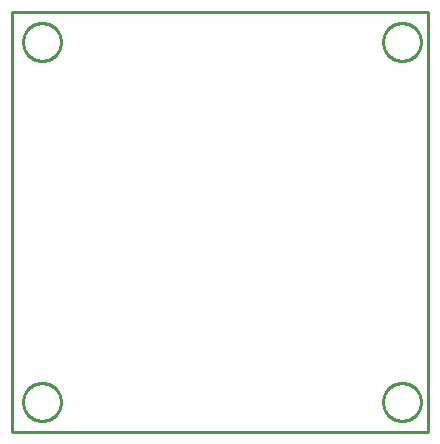
<source format=gbr>
G04 EAGLE Gerber RS-274X export*
G75*
%MOMM*%
%FSLAX34Y34*%
%LPD*%
%IN*%
%IPPOS*%
%AMOC8*
5,1,8,0,0,1.08239X$1,22.5*%
G01*
%ADD10C,0.254000*%


D10*
X0Y0D02*
X352300Y0D01*
X352300Y355500D01*
X0Y355500D01*
X0Y0D01*
X41400Y24876D02*
X41332Y23831D01*
X41195Y22792D01*
X40990Y21765D01*
X40719Y20753D01*
X40383Y19761D01*
X39982Y18793D01*
X39518Y17854D01*
X38995Y16946D01*
X38413Y16075D01*
X37775Y15244D01*
X37084Y14457D01*
X36343Y13716D01*
X35556Y13025D01*
X34725Y12388D01*
X33854Y11806D01*
X32946Y11282D01*
X32007Y10818D01*
X31039Y10417D01*
X30047Y10081D01*
X29035Y9810D01*
X28008Y9605D01*
X26969Y9469D01*
X25924Y9400D01*
X24876Y9400D01*
X23831Y9469D01*
X22792Y9605D01*
X21765Y9810D01*
X20753Y10081D01*
X19761Y10417D01*
X18793Y10818D01*
X17854Y11282D01*
X16946Y11806D01*
X16075Y12388D01*
X15244Y13025D01*
X14457Y13716D01*
X13716Y14457D01*
X13025Y15244D01*
X12388Y16075D01*
X11806Y16946D01*
X11282Y17854D01*
X10818Y18793D01*
X10417Y19761D01*
X10081Y20753D01*
X9810Y21765D01*
X9605Y22792D01*
X9469Y23831D01*
X9400Y24876D01*
X9400Y25924D01*
X9469Y26969D01*
X9605Y28008D01*
X9810Y29035D01*
X10081Y30047D01*
X10417Y31039D01*
X10818Y32007D01*
X11282Y32946D01*
X11806Y33854D01*
X12388Y34725D01*
X13025Y35556D01*
X13716Y36343D01*
X14457Y37084D01*
X15244Y37775D01*
X16075Y38413D01*
X16946Y38995D01*
X17854Y39518D01*
X18793Y39982D01*
X19761Y40383D01*
X20753Y40719D01*
X21765Y40990D01*
X22792Y41195D01*
X23831Y41332D01*
X24876Y41400D01*
X25924Y41400D01*
X26969Y41332D01*
X28008Y41195D01*
X29035Y40990D01*
X30047Y40719D01*
X31039Y40383D01*
X32007Y39982D01*
X32946Y39518D01*
X33854Y38995D01*
X34725Y38413D01*
X35556Y37775D01*
X36343Y37084D01*
X37084Y36343D01*
X37775Y35556D01*
X38413Y34725D01*
X38995Y33854D01*
X39518Y32946D01*
X39982Y32007D01*
X40383Y31039D01*
X40719Y30047D01*
X40990Y29035D01*
X41195Y28008D01*
X41332Y26969D01*
X41400Y25924D01*
X41400Y24876D01*
X41400Y329676D02*
X41332Y328631D01*
X41195Y327592D01*
X40990Y326565D01*
X40719Y325553D01*
X40383Y324561D01*
X39982Y323593D01*
X39518Y322654D01*
X38995Y321746D01*
X38413Y320875D01*
X37775Y320044D01*
X37084Y319257D01*
X36343Y318516D01*
X35556Y317825D01*
X34725Y317188D01*
X33854Y316606D01*
X32946Y316082D01*
X32007Y315618D01*
X31039Y315217D01*
X30047Y314881D01*
X29035Y314610D01*
X28008Y314405D01*
X26969Y314269D01*
X25924Y314200D01*
X24876Y314200D01*
X23831Y314269D01*
X22792Y314405D01*
X21765Y314610D01*
X20753Y314881D01*
X19761Y315217D01*
X18793Y315618D01*
X17854Y316082D01*
X16946Y316606D01*
X16075Y317188D01*
X15244Y317825D01*
X14457Y318516D01*
X13716Y319257D01*
X13025Y320044D01*
X12388Y320875D01*
X11806Y321746D01*
X11282Y322654D01*
X10818Y323593D01*
X10417Y324561D01*
X10081Y325553D01*
X9810Y326565D01*
X9605Y327592D01*
X9469Y328631D01*
X9400Y329676D01*
X9400Y330724D01*
X9469Y331769D01*
X9605Y332808D01*
X9810Y333835D01*
X10081Y334847D01*
X10417Y335839D01*
X10818Y336807D01*
X11282Y337746D01*
X11806Y338654D01*
X12388Y339525D01*
X13025Y340356D01*
X13716Y341143D01*
X14457Y341884D01*
X15244Y342575D01*
X16075Y343213D01*
X16946Y343795D01*
X17854Y344318D01*
X18793Y344782D01*
X19761Y345183D01*
X20753Y345519D01*
X21765Y345790D01*
X22792Y345995D01*
X23831Y346132D01*
X24876Y346200D01*
X25924Y346200D01*
X26969Y346132D01*
X28008Y345995D01*
X29035Y345790D01*
X30047Y345519D01*
X31039Y345183D01*
X32007Y344782D01*
X32946Y344318D01*
X33854Y343795D01*
X34725Y343213D01*
X35556Y342575D01*
X36343Y341884D01*
X37084Y341143D01*
X37775Y340356D01*
X38413Y339525D01*
X38995Y338654D01*
X39518Y337746D01*
X39982Y336807D01*
X40383Y335839D01*
X40719Y334847D01*
X40990Y333835D01*
X41195Y332808D01*
X41332Y331769D01*
X41400Y330724D01*
X41400Y329676D01*
X346200Y329676D02*
X346132Y328631D01*
X345995Y327592D01*
X345790Y326565D01*
X345519Y325553D01*
X345183Y324561D01*
X344782Y323593D01*
X344318Y322654D01*
X343795Y321746D01*
X343213Y320875D01*
X342575Y320044D01*
X341884Y319257D01*
X341143Y318516D01*
X340356Y317825D01*
X339525Y317188D01*
X338654Y316606D01*
X337746Y316082D01*
X336807Y315618D01*
X335839Y315217D01*
X334847Y314881D01*
X333835Y314610D01*
X332808Y314405D01*
X331769Y314269D01*
X330724Y314200D01*
X329676Y314200D01*
X328631Y314269D01*
X327592Y314405D01*
X326565Y314610D01*
X325553Y314881D01*
X324561Y315217D01*
X323593Y315618D01*
X322654Y316082D01*
X321746Y316606D01*
X320875Y317188D01*
X320044Y317825D01*
X319257Y318516D01*
X318516Y319257D01*
X317825Y320044D01*
X317188Y320875D01*
X316606Y321746D01*
X316082Y322654D01*
X315618Y323593D01*
X315217Y324561D01*
X314881Y325553D01*
X314610Y326565D01*
X314405Y327592D01*
X314269Y328631D01*
X314200Y329676D01*
X314200Y330724D01*
X314269Y331769D01*
X314405Y332808D01*
X314610Y333835D01*
X314881Y334847D01*
X315217Y335839D01*
X315618Y336807D01*
X316082Y337746D01*
X316606Y338654D01*
X317188Y339525D01*
X317825Y340356D01*
X318516Y341143D01*
X319257Y341884D01*
X320044Y342575D01*
X320875Y343213D01*
X321746Y343795D01*
X322654Y344318D01*
X323593Y344782D01*
X324561Y345183D01*
X325553Y345519D01*
X326565Y345790D01*
X327592Y345995D01*
X328631Y346132D01*
X329676Y346200D01*
X330724Y346200D01*
X331769Y346132D01*
X332808Y345995D01*
X333835Y345790D01*
X334847Y345519D01*
X335839Y345183D01*
X336807Y344782D01*
X337746Y344318D01*
X338654Y343795D01*
X339525Y343213D01*
X340356Y342575D01*
X341143Y341884D01*
X341884Y341143D01*
X342575Y340356D01*
X343213Y339525D01*
X343795Y338654D01*
X344318Y337746D01*
X344782Y336807D01*
X345183Y335839D01*
X345519Y334847D01*
X345790Y333835D01*
X345995Y332808D01*
X346132Y331769D01*
X346200Y330724D01*
X346200Y329676D01*
X346200Y24876D02*
X346132Y23831D01*
X345995Y22792D01*
X345790Y21765D01*
X345519Y20753D01*
X345183Y19761D01*
X344782Y18793D01*
X344318Y17854D01*
X343795Y16946D01*
X343213Y16075D01*
X342575Y15244D01*
X341884Y14457D01*
X341143Y13716D01*
X340356Y13025D01*
X339525Y12388D01*
X338654Y11806D01*
X337746Y11282D01*
X336807Y10818D01*
X335839Y10417D01*
X334847Y10081D01*
X333835Y9810D01*
X332808Y9605D01*
X331769Y9469D01*
X330724Y9400D01*
X329676Y9400D01*
X328631Y9469D01*
X327592Y9605D01*
X326565Y9810D01*
X325553Y10081D01*
X324561Y10417D01*
X323593Y10818D01*
X322654Y11282D01*
X321746Y11806D01*
X320875Y12388D01*
X320044Y13025D01*
X319257Y13716D01*
X318516Y14457D01*
X317825Y15244D01*
X317188Y16075D01*
X316606Y16946D01*
X316082Y17854D01*
X315618Y18793D01*
X315217Y19761D01*
X314881Y20753D01*
X314610Y21765D01*
X314405Y22792D01*
X314269Y23831D01*
X314200Y24876D01*
X314200Y25924D01*
X314269Y26969D01*
X314405Y28008D01*
X314610Y29035D01*
X314881Y30047D01*
X315217Y31039D01*
X315618Y32007D01*
X316082Y32946D01*
X316606Y33854D01*
X317188Y34725D01*
X317825Y35556D01*
X318516Y36343D01*
X319257Y37084D01*
X320044Y37775D01*
X320875Y38413D01*
X321746Y38995D01*
X322654Y39518D01*
X323593Y39982D01*
X324561Y40383D01*
X325553Y40719D01*
X326565Y40990D01*
X327592Y41195D01*
X328631Y41332D01*
X329676Y41400D01*
X330724Y41400D01*
X331769Y41332D01*
X332808Y41195D01*
X333835Y40990D01*
X334847Y40719D01*
X335839Y40383D01*
X336807Y39982D01*
X337746Y39518D01*
X338654Y38995D01*
X339525Y38413D01*
X340356Y37775D01*
X341143Y37084D01*
X341884Y36343D01*
X342575Y35556D01*
X343213Y34725D01*
X343795Y33854D01*
X344318Y32946D01*
X344782Y32007D01*
X345183Y31039D01*
X345519Y30047D01*
X345790Y29035D01*
X345995Y28008D01*
X346132Y26969D01*
X346200Y25924D01*
X346200Y24876D01*
M02*

</source>
